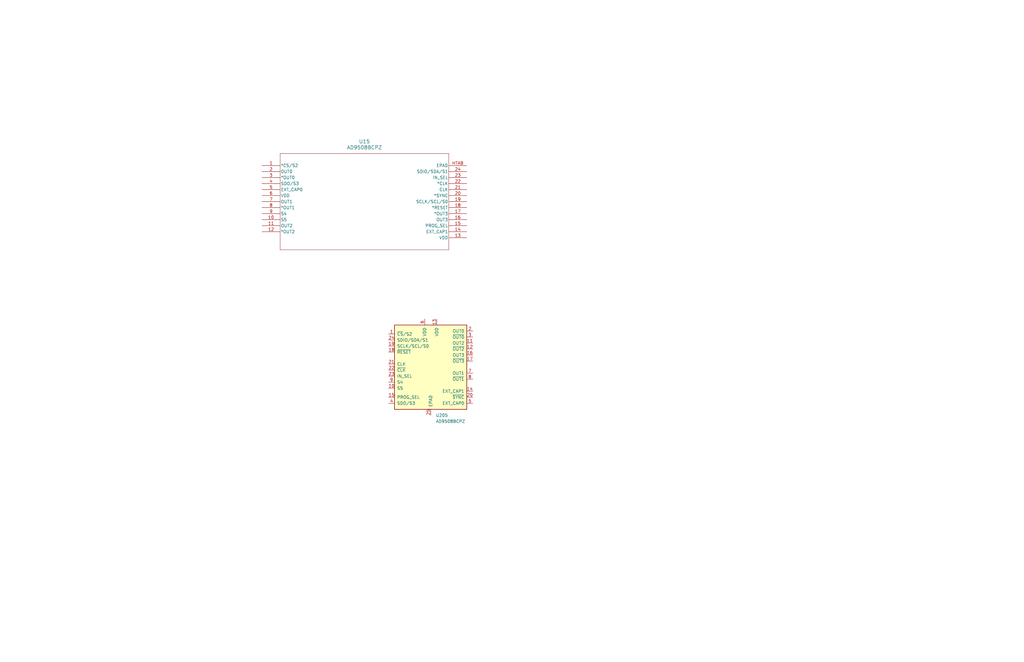
<source format=kicad_sch>
(kicad_sch (version 20250114) (generator "eeschema") (generator_version "9.0")
  (paper "B")
  (title_block (title "Audio Clock Fanout Buffer for ADCs and DACs") (date "2026-01-03") (rev "0.0") (company "Andy McCann KA3KAF and Doug McCann KA3KAG"))
  (lib_symbols
    (symbol "AD9508:AD9508BCPZ" (pin_names (offset 0.254))
      (property "Reference" "U" (at 43.18 10.16 0))
      (property "Value" "AD9508BCPZ" (at 43.18 7.62 0))
      (symbol "AD9508BCPZ_0_1"
        (polyline (pts (xy 7.62 5.08) (xy 7.62 -35.56)) (stroke (width 0.127)))
        (polyline (pts (xy 7.62 -35.56) (xy 78.74 -35.56)) (stroke (width 0.127)))
        (polyline (pts (xy 78.74 5.08) (xy 7.62 5.08)) (stroke (width 0.127)))
        (polyline (pts (xy 78.74 -35.56) (xy 78.74 5.08)) (stroke (width 0.127)))
        (pin unspecified line (at 0 0 0) (length 7.62) (name "*CS/S2") (number "1"))
        (pin output line (at 0 -2.54 0) (length 7.62) (name "OUT0") (number "2"))
        (pin output line (at 0 -5.08 0) (length 7.62) (name "*OUT0") (number "3"))
        (pin unspecified line (at 0 -7.62 0) (length 7.62) (name "SDO/S3") (number "4"))
        (pin unspecified line (at 0 -10.16 0) (length 7.62) (name "EXT_CAP0") (number "5"))
        (pin power_in line (at 0 -12.7 0) (length 7.62) (name "VDD") (number "6"))
        (pin output line (at 0 -15.24 0) (length 7.62) (name "OUT1") (number "7"))
        (pin output line (at 0 -17.78 0) (length 7.62) (name "*OUT1") (number "8"))
        (pin unspecified line (at 0 -20.32 0) (length 7.62) (name "S4") (number "9"))
        (pin unspecified line (at 0 -22.86 0) (length 7.62) (name "S5") (number "10"))
        (pin output line (at 0 -25.4 0) (length 7.62) (name "OUT2") (number "11"))
        (pin output line (at 0 -27.94 0) (length 7.62) (name "*OUT2") (number "12"))
        (pin unspecified line (at 86.36 0 180) (length 7.62) (name "EPAD") (number "HTAB"))
        (pin bidirectional line (at 86.36 -2.54 180) (length 7.62) (name "SDIO/SDA/S1") (number "24"))
        (pin input line (at 86.36 -5.08 180) (length 7.62) (name "IN_SEL") (number "23"))
        (pin input line (at 86.36 -7.62 180) (length 7.62) (name "*CLK") (number "22"))
        (pin input line (at 86.36 -10.16 180) (length 7.62) (name "CLK") (number "21"))
        (pin output line (at 86.36 -12.7 180) (length 7.62) (name "*SYNC") (number "20"))
        (pin unspecified line (at 86.36 -15.24 180) (length 7.62) (name "SCLK/SCL/S0") (number "19"))
        (pin input line (at 86.36 -17.78 180) (length 7.62) (name "*RESET") (number "18"))
        (pin output line (at 86.36 -20.32 180) (length 7.62) (name "*OUT3") (number "17"))
        (pin output line (at 86.36 -22.86 180) (length 7.62) (name "OUT3") (number "16"))
        (pin input line (at 86.36 -25.4 180) (length 7.62) (name "PROG_SEL") (number "15"))
        (pin unspecified line (at 86.36 -27.94 180) (length 7.62) (name "EXT_CAP1") (number "14"))
        (pin power_in line (at 86.36 -30.48 180) (length 7.62) (name "VDD") (number "13"))
      )
    )
    (symbol "nzif_radio_symbol_library:AD9508BCPZ" (pin_names (offset 1.016))
      (property "Reference" "U" (at 0 19.05 0))
      (property "Value" "AD9508BCPZ" (at 0 -19.05 0))
      (symbol "AD9508BCPZ_0_1"
        (rectangle (start -15.24 17.78) (end 15.24 -17.78) (stroke (width 0.254)) (fill (type background)))
      )
      (symbol "AD9508BCPZ_1_1"
        (pin input line (at -17.78 13.97 0) (length 2.54) (name "~{CS}/S2") (number "1"))
        (pin bidirectional line (at -17.78 11.43 0) (length 2.54) (name "SDIO/SDA/S1") (number "24"))
        (pin input line (at -17.78 8.89 0) (length 2.54) (name "SCLK/SCL/S0") (number "19"))
        (pin input line (at -17.78 6.35 0) (length 2.54) (name "~{RESET}") (number "18"))
        (pin input line (at -17.78 1.27 0) (length 2.54) (name "CLK") (number "21"))
        (pin input line (at -17.78 -1.27 0) (length 2.54) (name "~{CLK}") (number "22"))
        (pin input line (at -17.78 -3.81 0) (length 2.54) (name "IN_SEL") (number "23"))
        (pin input line (at -17.78 -6.35 0) (length 2.54) (name "S4") (number "9"))
        (pin input line (at -17.78 -8.89 0) (length 2.54) (name "S5") (number "10"))
        (pin input line (at -17.78 -12.7 0) (length 2.54) (name "PROG_SEL") (number "15"))
        (pin output line (at -17.78 -15.24 0) (length 2.54) (name "SDO/S3") (number "4"))
        (pin power_in line (at -2.54 20.32 270) (length 2.54) (name "VDD") (number "6"))
        (pin passive line (at 0 -20.32 90) (length 2.54) (name "EPAD") (number "25"))
        (pin power_in line (at 2.54 20.32 270) (length 2.54) (name "VDD") (number "13"))
        (pin output line (at 17.78 15.24 180) (length 2.54) (name "OUT0") (number "2"))
        (pin output line (at 17.78 12.7 180) (length 2.54) (name "~{OUT0}") (number "3"))
        (pin output line (at 17.78 10.16 180) (length 2.54) (name "OUT2") (number "11"))
        (pin output line (at 17.78 7.62 180) (length 2.54) (name "~{OUT2}") (number "12"))
        (pin output line (at 17.78 5.08 180) (length 2.54) (name "OUT3") (number "16"))
        (pin output line (at 17.78 2.54 180) (length 2.54) (name "~{OUT3}") (number "17"))
        (pin output line (at 17.78 -2.54 180) (length 2.54) (name "OUT1") (number "7"))
        (pin output line (at 17.78 -5.08 180) (length 2.54) (name "~{OUT1}") (number "8"))
        (pin passive line (at 17.78 -10.16 180) (length 2.54) (name "EXT_CAP1") (number "14"))
        (pin output line (at 17.78 -12.7 180) (length 2.54) (name "~{SYNC}") (number "20"))
        (pin passive line (at 17.78 -15.24 180) (length 2.54) (name "EXT_CAP0") (number "5"))
      )
    )
  )
  (symbol (lib_id "nzif_radio_symbol_library:AD9508BCPZ") (at 181.61 154.94 0) (unit 1)
    (property "Reference" "U205" (at 183.7533 175.26 0) (effects (justify left)))
    (property "Value" "AD9508BCPZ" (at 183.7533 177.8 0) (effects (justify left)))
    (property "Footprint" "CP_24_7_ADI" (effects (hide yes)))
    (property "Datasheet" "https://www.analog.com/media/en/technical-documentation/data-sheets/AD9508.pdf" (effects (hide yes)))
    (property "Description" "4-Channel Clock Fanout Buffer with Dividers, LFCSP-24" (effects (hide yes)))
  )
  (symbol (lib_id "AD9508:AD9508BCPZ") (at 110.49 69.85 0) (unit 1)
    (property "Reference" "U15" (at 153.67 59.69 0) (effects (font (size 1.524 1.524))))
    (property "Value" "AD9508BCPZ" (at 153.67 62.23 0) (effects (font (size 1.524 1.524))))
    (property "Footprint" "CP_24_7_ADI" (effects (hide yes)))
    (property "Datasheet" "https://www.analog.com/media/en/technical-documentation/data-sheets/AD9508.pdf" (effects (hide yes)))
  )
)
</source>
